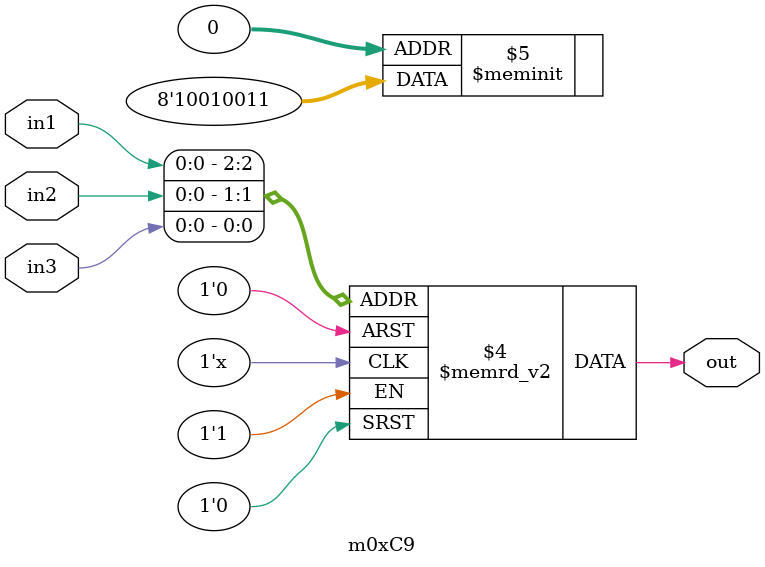
<source format=v>
module m0xC9(output out, input in1, in2, in3);

   always @(in1, in2, in3)
     begin
        case({in1, in2, in3})
          3'b000: {out} = 1'b1;
          3'b001: {out} = 1'b1;
          3'b010: {out} = 1'b0;
          3'b011: {out} = 1'b0;
          3'b100: {out} = 1'b1;
          3'b101: {out} = 1'b0;
          3'b110: {out} = 1'b0;
          3'b111: {out} = 1'b1;
        endcase // case ({in1, in2, in3})
     end // always @ (in1, in2, in3)

endmodule // m0xC9
</source>
